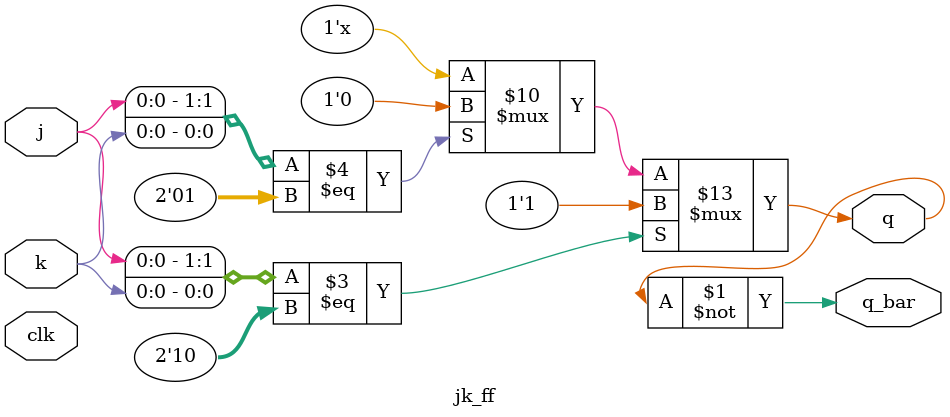
<source format=v>
`timescale 1ns / 1ps

module jk_ff(
    input j, k, clk,
    output q_bar,
    output reg q
);

assign q_bar = ~q;
always @(clk) begin
    if({j,k} == 2'b10) begin
        q <= 1;
    end
    else if({j,k} == 2'b01) begin
        q <= 0;
    end
    else if({j,k} == 2'b11) begin
        q <= ~q;
    end
end
endmodule
</source>
